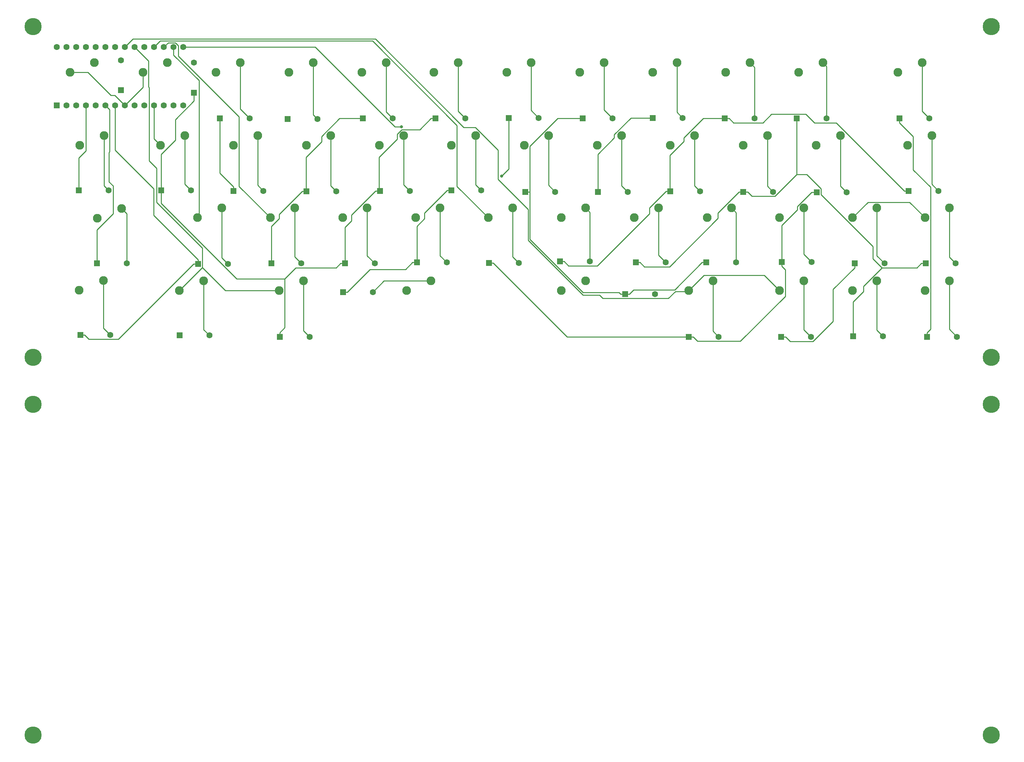
<source format=gbr>
G04 #@! TF.GenerationSoftware,KiCad,Pcbnew,(5.0.1-3-g963ef8bb5)*
G04 #@! TF.CreationDate,2018-12-22T23:57:11-08:00*
G04 #@! TF.ProjectId,snackymini-keyboard,736E61636B796D696E692D6B6579626F,rev?*
G04 #@! TF.SameCoordinates,Original*
G04 #@! TF.FileFunction,Copper,L2,Bot,Signal*
G04 #@! TF.FilePolarity,Positive*
%FSLAX46Y46*%
G04 Gerber Fmt 4.6, Leading zero omitted, Abs format (unit mm)*
G04 Created by KiCad (PCBNEW (5.0.1-3-g963ef8bb5)) date Saturday, December 22, 2018 at 11:57:11 PM*
%MOMM*%
%LPD*%
G01*
G04 APERTURE LIST*
G04 #@! TA.AperFunction,ComponentPad*
%ADD10C,1.600000*%
G04 #@! TD*
G04 #@! TA.AperFunction,ComponentPad*
%ADD11R,1.600000X1.600000*%
G04 #@! TD*
G04 #@! TA.AperFunction,ComponentPad*
%ADD12C,2.286000*%
G04 #@! TD*
G04 #@! TA.AperFunction,ViaPad*
%ADD13C,4.500000*%
G04 #@! TD*
G04 #@! TA.AperFunction,ViaPad*
%ADD14C,0.800000*%
G04 #@! TD*
G04 #@! TA.AperFunction,Conductor*
%ADD15C,0.250000*%
G04 #@! TD*
G04 APERTURE END LIST*
D10*
G04 #@! TO.P,U1,20*
G04 #@! TO.N,COL6*
X116205000Y-53721000D03*
G04 #@! TO.P,U1,14*
G04 #@! TO.N,Net-(U1-Pad14)*
X116205000Y-68961000D03*
G04 #@! TO.P,U1,21*
G04 #@! TO.N,COL7*
X113665000Y-53721000D03*
G04 #@! TO.P,U1,22*
G04 #@! TO.N,COL8*
X111125000Y-53721000D03*
G04 #@! TO.P,U1,23*
G04 #@! TO.N,COL9*
X108585000Y-53721000D03*
G04 #@! TO.P,U1,24*
G04 #@! TO.N,COL10*
X106045000Y-53721000D03*
G04 #@! TO.P,U1,25*
G04 #@! TO.N,COL11*
X103505000Y-53721000D03*
G04 #@! TO.P,U1,26*
G04 #@! TO.N,COL12*
X100965000Y-53721000D03*
G04 #@! TO.P,U1,27*
G04 #@! TO.N,Net-(U1-Pad27)*
X98425000Y-53721000D03*
G04 #@! TO.P,U1,28*
G04 #@! TO.N,Net-(U1-Pad28)*
X95885000Y-53721000D03*
G04 #@! TO.P,U1,29*
G04 #@! TO.N,Net-(U1-Pad29)*
X93345000Y-53721000D03*
G04 #@! TO.P,U1,30*
G04 #@! TO.N,Net-(U1-Pad30)*
X90805000Y-53721000D03*
G04 #@! TO.P,U1,31*
G04 #@! TO.N,Net-(U1-Pad31)*
X88265000Y-53721000D03*
G04 #@! TO.P,U1,32*
G04 #@! TO.N,Net-(U1-Pad32)*
X85725000Y-53721000D03*
G04 #@! TO.P,U1,33*
G04 #@! TO.N,Net-(U1-Pad33)*
X83185000Y-53721000D03*
G04 #@! TO.P,U1,13*
G04 #@! TO.N,Net-(U1-Pad13)*
X113665000Y-68961000D03*
G04 #@! TO.P,U1,12*
G04 #@! TO.N,COL5*
X111125000Y-68961000D03*
G04 #@! TO.P,U1,11*
G04 #@! TO.N,COL4*
X108585000Y-68961000D03*
G04 #@! TO.P,U1,10*
G04 #@! TO.N,COL3*
X106045000Y-68961000D03*
G04 #@! TO.P,U1,9*
G04 #@! TO.N,COL2*
X103505000Y-68961000D03*
G04 #@! TO.P,U1,8*
G04 #@! TO.N,COL1*
X100965000Y-68961000D03*
G04 #@! TO.P,U1,7*
G04 #@! TO.N,ROW4*
X98425000Y-68961000D03*
G04 #@! TO.P,U1,6*
G04 #@! TO.N,ROW3*
X95885000Y-68961000D03*
G04 #@! TO.P,U1,5*
G04 #@! TO.N,ROW2*
X93345000Y-68961000D03*
G04 #@! TO.P,U1,4*
G04 #@! TO.N,ROW1*
X90805000Y-68961000D03*
G04 #@! TO.P,U1,3*
G04 #@! TO.N,Net-(U1-Pad3)*
X88265000Y-68961000D03*
G04 #@! TO.P,U1,2*
G04 #@! TO.N,Net-(U1-Pad2)*
X85725000Y-68961000D03*
D11*
G04 #@! TO.P,U1,1*
G04 #@! TO.N,Net-(U1-Pad1)*
X83185000Y-68961000D03*
G04 #@! TD*
G04 #@! TO.P,D1,1*
G04 #@! TO.N,ROW1*
X99949000Y-64987000D03*
D10*
G04 #@! TO.P,D1,2*
G04 #@! TO.N,Net-(D1-Pad2)*
X99949000Y-57187000D03*
G04 #@! TD*
D11*
G04 #@! TO.P,D2,1*
G04 #@! TO.N,ROW2*
X118999000Y-65622000D03*
D10*
G04 #@! TO.P,D2,2*
G04 #@! TO.N,Net-(D2-Pad2)*
X118999000Y-57822000D03*
G04 #@! TD*
G04 #@! TO.P,D3,2*
G04 #@! TO.N,Net-(D3-Pad2)*
X133567000Y-72390000D03*
D11*
G04 #@! TO.P,D3,1*
G04 #@! TO.N,ROW3*
X125767000Y-72390000D03*
G04 #@! TD*
D10*
G04 #@! TO.P,D4,2*
G04 #@! TO.N,Net-(D4-Pad2)*
X151220000Y-72517000D03*
D11*
G04 #@! TO.P,D4,1*
G04 #@! TO.N,ROW4*
X143420000Y-72517000D03*
G04 #@! TD*
G04 #@! TO.P,D5,1*
G04 #@! TO.N,ROW1*
X163105000Y-72390000D03*
D10*
G04 #@! TO.P,D5,2*
G04 #@! TO.N,Net-(D5-Pad2)*
X170905000Y-72390000D03*
G04 #@! TD*
D11*
G04 #@! TO.P,D6,1*
G04 #@! TO.N,ROW2*
X182028000Y-72390000D03*
D10*
G04 #@! TO.P,D6,2*
G04 #@! TO.N,Net-(D6-Pad2)*
X189828000Y-72390000D03*
G04 #@! TD*
G04 #@! TO.P,D7,2*
G04 #@! TO.N,Net-(D7-Pad2)*
X209005000Y-72263000D03*
D11*
G04 #@! TO.P,D7,1*
G04 #@! TO.N,ROW3*
X201205000Y-72263000D03*
G04 #@! TD*
D10*
G04 #@! TO.P,D8,2*
G04 #@! TO.N,Net-(D8-Pad2)*
X228309000Y-72390000D03*
D11*
G04 #@! TO.P,D8,1*
G04 #@! TO.N,ROW4*
X220509000Y-72390000D03*
G04 #@! TD*
G04 #@! TO.P,D9,1*
G04 #@! TO.N,ROW1*
X238797000Y-72263000D03*
D10*
G04 #@! TO.P,D9,2*
G04 #@! TO.N,Net-(D9-Pad2)*
X246597000Y-72263000D03*
G04 #@! TD*
D11*
G04 #@! TO.P,D10,1*
G04 #@! TO.N,ROW2*
X257593000Y-72390000D03*
D10*
G04 #@! TO.P,D10,2*
G04 #@! TO.N,Net-(D10-Pad2)*
X265393000Y-72390000D03*
G04 #@! TD*
G04 #@! TO.P,D11,2*
G04 #@! TO.N,Net-(D11-Pad2)*
X284189000Y-72390000D03*
D11*
G04 #@! TO.P,D11,1*
G04 #@! TO.N,ROW3*
X276389000Y-72390000D03*
G04 #@! TD*
D10*
G04 #@! TO.P,D12,2*
G04 #@! TO.N,Net-(D12-Pad2)*
X310986000Y-72390000D03*
D11*
G04 #@! TO.P,D12,1*
G04 #@! TO.N,ROW4*
X303186000Y-72390000D03*
G04 #@! TD*
G04 #@! TO.P,D13,1*
G04 #@! TO.N,ROW1*
X88937000Y-91186000D03*
D10*
G04 #@! TO.P,D13,2*
G04 #@! TO.N,Net-(D13-Pad2)*
X96737000Y-91186000D03*
G04 #@! TD*
D11*
G04 #@! TO.P,D14,1*
G04 #@! TO.N,ROW2*
X110400000Y-91186000D03*
D10*
G04 #@! TO.P,D14,2*
G04 #@! TO.N,Net-(D14-Pad2)*
X118200000Y-91186000D03*
G04 #@! TD*
G04 #@! TO.P,D15,2*
G04 #@! TO.N,Net-(D15-Pad2)*
X137123000Y-91313000D03*
D11*
G04 #@! TO.P,D15,1*
G04 #@! TO.N,ROW3*
X129323000Y-91313000D03*
G04 #@! TD*
G04 #@! TO.P,D16,1*
G04 #@! TO.N,ROW1*
X148373000Y-91440000D03*
D10*
G04 #@! TO.P,D16,2*
G04 #@! TO.N,Net-(D16-Pad2)*
X156173000Y-91440000D03*
G04 #@! TD*
D11*
G04 #@! TO.P,D17,1*
G04 #@! TO.N,ROW2*
X167550000Y-91313000D03*
D10*
G04 #@! TO.P,D17,2*
G04 #@! TO.N,Net-(D17-Pad2)*
X175350000Y-91313000D03*
G04 #@! TD*
G04 #@! TO.P,D18,2*
G04 #@! TO.N,Net-(D18-Pad2)*
X194019000Y-91186000D03*
D11*
G04 #@! TO.P,D18,1*
G04 #@! TO.N,ROW3*
X186219000Y-91186000D03*
G04 #@! TD*
D10*
G04 #@! TO.P,D19,2*
G04 #@! TO.N,Net-(D19-Pad2)*
X213323000Y-91567000D03*
D11*
G04 #@! TO.P,D19,1*
G04 #@! TO.N,ROW4*
X205523000Y-91567000D03*
G04 #@! TD*
G04 #@! TO.P,D20,1*
G04 #@! TO.N,ROW1*
X224446000Y-91567000D03*
D10*
G04 #@! TO.P,D20,2*
G04 #@! TO.N,Net-(D20-Pad2)*
X232246000Y-91567000D03*
G04 #@! TD*
D11*
G04 #@! TO.P,D21,1*
G04 #@! TO.N,ROW2*
X243369000Y-91440000D03*
D10*
G04 #@! TO.P,D21,2*
G04 #@! TO.N,Net-(D21-Pad2)*
X251169000Y-91440000D03*
G04 #@! TD*
G04 #@! TO.P,D22,2*
G04 #@! TO.N,Net-(D22-Pad2)*
X270219000Y-91567000D03*
D11*
G04 #@! TO.P,D22,1*
G04 #@! TO.N,ROW3*
X262419000Y-91567000D03*
G04 #@! TD*
G04 #@! TO.P,D23,1*
G04 #@! TO.N,ROW1*
X281596000Y-91694000D03*
D10*
G04 #@! TO.P,D23,2*
G04 #@! TO.N,Net-(D23-Pad2)*
X289396000Y-91694000D03*
G04 #@! TD*
D11*
G04 #@! TO.P,D24,1*
G04 #@! TO.N,ROW2*
X305599000Y-91313000D03*
D10*
G04 #@! TO.P,D24,2*
G04 #@! TO.N,Net-(D24-Pad2)*
X313399000Y-91313000D03*
G04 #@! TD*
G04 #@! TO.P,D25,2*
G04 #@! TO.N,Net-(D25-Pad2)*
X101436000Y-110236000D03*
D11*
G04 #@! TO.P,D25,1*
G04 #@! TO.N,ROW3*
X93636000Y-110236000D03*
G04 #@! TD*
D10*
G04 #@! TO.P,D26,2*
G04 #@! TO.N,Net-(D26-Pad2)*
X127852000Y-110363000D03*
D11*
G04 #@! TO.P,D26,1*
G04 #@! TO.N,ROW4*
X120052000Y-110363000D03*
G04 #@! TD*
G04 #@! TO.P,D27,1*
G04 #@! TO.N,ROW1*
X139229000Y-110236000D03*
D10*
G04 #@! TO.P,D27,2*
G04 #@! TO.N,Net-(D27-Pad2)*
X147029000Y-110236000D03*
G04 #@! TD*
D11*
G04 #@! TO.P,D28,1*
G04 #@! TO.N,ROW2*
X158406000Y-110236000D03*
D10*
G04 #@! TO.P,D28,2*
G04 #@! TO.N,Net-(D28-Pad2)*
X166206000Y-110236000D03*
G04 #@! TD*
G04 #@! TO.P,D29,2*
G04 #@! TO.N,Net-(D29-Pad2)*
X185002000Y-109982000D03*
D11*
G04 #@! TO.P,D29,1*
G04 #@! TO.N,ROW3*
X177202000Y-109982000D03*
G04 #@! TD*
G04 #@! TO.P,D30,1*
G04 #@! TO.N,ROW1*
X195998000Y-110109000D03*
D10*
G04 #@! TO.P,D30,2*
G04 #@! TO.N,Net-(D30-Pad2)*
X203798000Y-110109000D03*
G04 #@! TD*
D11*
G04 #@! TO.P,D31,1*
G04 #@! TO.N,ROW2*
X214540000Y-109728000D03*
D10*
G04 #@! TO.P,D31,2*
G04 #@! TO.N,Net-(D31-Pad2)*
X222340000Y-109728000D03*
G04 #@! TD*
G04 #@! TO.P,D32,2*
G04 #@! TO.N,Net-(D32-Pad2)*
X242152000Y-109982000D03*
D11*
G04 #@! TO.P,D32,1*
G04 #@! TO.N,ROW3*
X234352000Y-109982000D03*
G04 #@! TD*
D10*
G04 #@! TO.P,D33,2*
G04 #@! TO.N,Net-(D33-Pad2)*
X260567000Y-109982000D03*
D11*
G04 #@! TO.P,D33,1*
G04 #@! TO.N,ROW4*
X252767000Y-109982000D03*
G04 #@! TD*
G04 #@! TO.P,D34,1*
G04 #@! TO.N,ROW1*
X272452000Y-109855000D03*
D10*
G04 #@! TO.P,D34,2*
G04 #@! TO.N,Net-(D34-Pad2)*
X280252000Y-109855000D03*
G04 #@! TD*
D11*
G04 #@! TO.P,D35,1*
G04 #@! TO.N,ROW2*
X291502000Y-110236000D03*
D10*
G04 #@! TO.P,D35,2*
G04 #@! TO.N,Net-(D35-Pad2)*
X299302000Y-110236000D03*
G04 #@! TD*
G04 #@! TO.P,D36,2*
G04 #@! TO.N,Net-(D36-Pad2)*
X317844000Y-110236000D03*
D11*
G04 #@! TO.P,D36,1*
G04 #@! TO.N,ROW3*
X310044000Y-110236000D03*
G04 #@! TD*
D10*
G04 #@! TO.P,D37,2*
G04 #@! TO.N,Net-(D37-Pad2)*
X97118000Y-128905000D03*
D11*
G04 #@! TO.P,D37,1*
G04 #@! TO.N,ROW4*
X89318000Y-128905000D03*
G04 #@! TD*
G04 #@! TO.P,D38,1*
G04 #@! TO.N,ROW1*
X115226000Y-129032000D03*
D10*
G04 #@! TO.P,D38,2*
G04 #@! TO.N,Net-(D38-Pad2)*
X123026000Y-129032000D03*
G04 #@! TD*
D11*
G04 #@! TO.P,D39,1*
G04 #@! TO.N,ROW2*
X141388000Y-129413000D03*
D10*
G04 #@! TO.P,D39,2*
G04 #@! TO.N,Net-(D39-Pad2)*
X149188000Y-129413000D03*
G04 #@! TD*
G04 #@! TO.P,D40,2*
G04 #@! TO.N,Net-(D40-Pad2)*
X165698000Y-117729000D03*
D11*
G04 #@! TO.P,D40,1*
G04 #@! TO.N,ROW3*
X157898000Y-117729000D03*
G04 #@! TD*
D10*
G04 #@! TO.P,D41,2*
G04 #@! TO.N,Net-(D41-Pad2)*
X239358000Y-118237000D03*
D11*
G04 #@! TO.P,D41,1*
G04 #@! TO.N,ROW4*
X231558000Y-118237000D03*
G04 #@! TD*
G04 #@! TO.P,D42,1*
G04 #@! TO.N,ROW1*
X248195000Y-129413000D03*
D10*
G04 #@! TO.P,D42,2*
G04 #@! TO.N,Net-(D42-Pad2)*
X255995000Y-129413000D03*
G04 #@! TD*
G04 #@! TO.P,D43,2*
G04 #@! TO.N,Net-(D43-Pad2)*
X280125000Y-129413000D03*
D11*
G04 #@! TO.P,D43,1*
G04 #@! TO.N,ROW2*
X272325000Y-129413000D03*
G04 #@! TD*
D10*
G04 #@! TO.P,D44,2*
G04 #@! TO.N,Net-(D44-Pad2)*
X298921000Y-129286000D03*
D11*
G04 #@! TO.P,D44,1*
G04 #@! TO.N,ROW3*
X291121000Y-129286000D03*
G04 #@! TD*
D10*
G04 #@! TO.P,D45,2*
G04 #@! TO.N,Net-(D45-Pad2)*
X318225000Y-129413000D03*
D11*
G04 #@! TO.P,D45,1*
G04 #@! TO.N,ROW4*
X310425000Y-129413000D03*
G04 #@! TD*
D12*
G04 #@! TO.P,SW1,1*
G04 #@! TO.N,Net-(D1-Pad2)*
X92964000Y-57785000D03*
G04 #@! TO.P,SW1,2*
G04 #@! TO.N,COL1*
X86614000Y-60325000D03*
G04 #@! TD*
G04 #@! TO.P,SW2,2*
G04 #@! TO.N,COL1*
X105664000Y-60325000D03*
G04 #@! TO.P,SW2,1*
G04 #@! TO.N,Net-(D2-Pad2)*
X112014000Y-57785000D03*
G04 #@! TD*
G04 #@! TO.P,SW3,1*
G04 #@! TO.N,Net-(D3-Pad2)*
X131064000Y-57785000D03*
G04 #@! TO.P,SW3,2*
G04 #@! TO.N,COL1*
X124714000Y-60325000D03*
G04 #@! TD*
G04 #@! TO.P,SW4,1*
G04 #@! TO.N,Net-(D4-Pad2)*
X150114000Y-57785000D03*
G04 #@! TO.P,SW4,2*
G04 #@! TO.N,COL1*
X143764000Y-60325000D03*
G04 #@! TD*
G04 #@! TO.P,SW5,1*
G04 #@! TO.N,Net-(D5-Pad2)*
X169164000Y-57785000D03*
G04 #@! TO.P,SW5,2*
G04 #@! TO.N,COL2*
X162814000Y-60325000D03*
G04 #@! TD*
G04 #@! TO.P,SW6,2*
G04 #@! TO.N,COL2*
X181610000Y-60325000D03*
G04 #@! TO.P,SW6,1*
G04 #@! TO.N,Net-(D6-Pad2)*
X187960000Y-57785000D03*
G04 #@! TD*
G04 #@! TO.P,SW7,1*
G04 #@! TO.N,Net-(D7-Pad2)*
X207010000Y-57785000D03*
G04 #@! TO.P,SW7,2*
G04 #@! TO.N,COL2*
X200660000Y-60325000D03*
G04 #@! TD*
G04 #@! TO.P,SW8,1*
G04 #@! TO.N,Net-(D8-Pad2)*
X226060000Y-57785000D03*
G04 #@! TO.P,SW8,2*
G04 #@! TO.N,COL2*
X219710000Y-60325000D03*
G04 #@! TD*
G04 #@! TO.P,SW9,2*
G04 #@! TO.N,COL3*
X238760000Y-60325000D03*
G04 #@! TO.P,SW9,1*
G04 #@! TO.N,Net-(D9-Pad2)*
X245110000Y-57785000D03*
G04 #@! TD*
G04 #@! TO.P,SW10,2*
G04 #@! TO.N,COL3*
X257810000Y-60325000D03*
G04 #@! TO.P,SW10,1*
G04 #@! TO.N,Net-(D10-Pad2)*
X264160000Y-57785000D03*
G04 #@! TD*
G04 #@! TO.P,SW11,1*
G04 #@! TO.N,Net-(D11-Pad2)*
X283210000Y-57785000D03*
G04 #@! TO.P,SW11,2*
G04 #@! TO.N,COL3*
X276860000Y-60325000D03*
G04 #@! TD*
G04 #@! TO.P,SW12,1*
G04 #@! TO.N,Net-(D12-Pad2)*
X309118000Y-57785000D03*
G04 #@! TO.P,SW12,2*
G04 #@! TO.N,COL3*
X302768000Y-60325000D03*
G04 #@! TD*
G04 #@! TO.P,SW13,2*
G04 #@! TO.N,COL4*
X89154000Y-79375000D03*
G04 #@! TO.P,SW13,1*
G04 #@! TO.N,Net-(D13-Pad2)*
X95504000Y-76835000D03*
G04 #@! TD*
G04 #@! TO.P,SW14,2*
G04 #@! TO.N,COL4*
X110236000Y-79375000D03*
G04 #@! TO.P,SW14,1*
G04 #@! TO.N,Net-(D14-Pad2)*
X116586000Y-76835000D03*
G04 #@! TD*
G04 #@! TO.P,SW15,1*
G04 #@! TO.N,Net-(D15-Pad2)*
X135636000Y-76835000D03*
G04 #@! TO.P,SW15,2*
G04 #@! TO.N,COL4*
X129286000Y-79375000D03*
G04 #@! TD*
G04 #@! TO.P,SW16,2*
G04 #@! TO.N,COL5*
X148336000Y-79375000D03*
G04 #@! TO.P,SW16,1*
G04 #@! TO.N,Net-(D16-Pad2)*
X154686000Y-76835000D03*
G04 #@! TD*
G04 #@! TO.P,SW17,2*
G04 #@! TO.N,COL5*
X167386000Y-79375000D03*
G04 #@! TO.P,SW17,1*
G04 #@! TO.N,Net-(D17-Pad2)*
X173736000Y-76835000D03*
G04 #@! TD*
G04 #@! TO.P,SW18,1*
G04 #@! TO.N,Net-(D18-Pad2)*
X192532000Y-76835000D03*
G04 #@! TO.P,SW18,2*
G04 #@! TO.N,COL5*
X186182000Y-79375000D03*
G04 #@! TD*
G04 #@! TO.P,SW19,1*
G04 #@! TO.N,Net-(D19-Pad2)*
X211582000Y-76835000D03*
G04 #@! TO.P,SW19,2*
G04 #@! TO.N,COL5*
X205232000Y-79375000D03*
G04 #@! TD*
G04 #@! TO.P,SW20,2*
G04 #@! TO.N,COL6*
X224282000Y-79375000D03*
G04 #@! TO.P,SW20,1*
G04 #@! TO.N,Net-(D20-Pad2)*
X230632000Y-76835000D03*
G04 #@! TD*
G04 #@! TO.P,SW21,2*
G04 #@! TO.N,COL6*
X243332000Y-79375000D03*
G04 #@! TO.P,SW21,1*
G04 #@! TO.N,Net-(D21-Pad2)*
X249682000Y-76835000D03*
G04 #@! TD*
G04 #@! TO.P,SW22,1*
G04 #@! TO.N,Net-(D22-Pad2)*
X268732000Y-76835000D03*
G04 #@! TO.P,SW22,2*
G04 #@! TO.N,COL6*
X262382000Y-79375000D03*
G04 #@! TD*
G04 #@! TO.P,SW23,2*
G04 #@! TO.N,COL7*
X281432000Y-79375000D03*
G04 #@! TO.P,SW23,1*
G04 #@! TO.N,Net-(D23-Pad2)*
X287782000Y-76835000D03*
G04 #@! TD*
G04 #@! TO.P,SW24,2*
G04 #@! TO.N,COL7*
X305308000Y-79375000D03*
G04 #@! TO.P,SW24,1*
G04 #@! TO.N,Net-(D24-Pad2)*
X311658000Y-76835000D03*
G04 #@! TD*
G04 #@! TO.P,SW25,1*
G04 #@! TO.N,Net-(D25-Pad2)*
X100076000Y-95885000D03*
G04 #@! TO.P,SW25,2*
G04 #@! TO.N,COL7*
X93726000Y-98425000D03*
G04 #@! TD*
G04 #@! TO.P,SW26,1*
G04 #@! TO.N,Net-(D26-Pad2)*
X126238000Y-95758000D03*
G04 #@! TO.P,SW26,2*
G04 #@! TO.N,COL7*
X119888000Y-98298000D03*
G04 #@! TD*
G04 #@! TO.P,SW27,2*
G04 #@! TO.N,COL8*
X138938000Y-98298000D03*
G04 #@! TO.P,SW27,1*
G04 #@! TO.N,Net-(D27-Pad2)*
X145288000Y-95758000D03*
G04 #@! TD*
G04 #@! TO.P,SW28,2*
G04 #@! TO.N,COL8*
X157861000Y-98298000D03*
G04 #@! TO.P,SW28,1*
G04 #@! TO.N,Net-(D28-Pad2)*
X164211000Y-95758000D03*
G04 #@! TD*
G04 #@! TO.P,SW29,1*
G04 #@! TO.N,Net-(D29-Pad2)*
X183261000Y-95758000D03*
G04 #@! TO.P,SW29,2*
G04 #@! TO.N,COL8*
X176911000Y-98298000D03*
G04 #@! TD*
G04 #@! TO.P,SW30,2*
G04 #@! TO.N,COL9*
X195834000Y-98298000D03*
G04 #@! TO.P,SW30,1*
G04 #@! TO.N,Net-(D30-Pad2)*
X202184000Y-95758000D03*
G04 #@! TD*
G04 #@! TO.P,SW31,2*
G04 #@! TO.N,COL9*
X214884000Y-98298000D03*
G04 #@! TO.P,SW31,1*
G04 #@! TO.N,Net-(D31-Pad2)*
X221234000Y-95758000D03*
G04 #@! TD*
G04 #@! TO.P,SW32,1*
G04 #@! TO.N,Net-(D32-Pad2)*
X240284000Y-95758000D03*
G04 #@! TO.P,SW32,2*
G04 #@! TO.N,COL9*
X233934000Y-98298000D03*
G04 #@! TD*
G04 #@! TO.P,SW33,2*
G04 #@! TO.N,COL9*
X252984000Y-98298000D03*
G04 #@! TO.P,SW33,1*
G04 #@! TO.N,Net-(D33-Pad2)*
X259334000Y-95758000D03*
G04 #@! TD*
G04 #@! TO.P,SW34,2*
G04 #@! TO.N,COL10*
X271907000Y-98298000D03*
G04 #@! TO.P,SW34,1*
G04 #@! TO.N,Net-(D34-Pad2)*
X278257000Y-95758000D03*
G04 #@! TD*
G04 #@! TO.P,SW35,2*
G04 #@! TO.N,COL10*
X290957000Y-98298000D03*
G04 #@! TO.P,SW35,1*
G04 #@! TO.N,Net-(D35-Pad2)*
X297307000Y-95758000D03*
G04 #@! TD*
G04 #@! TO.P,SW36,1*
G04 #@! TO.N,Net-(D36-Pad2)*
X316230000Y-95758000D03*
G04 #@! TO.P,SW36,2*
G04 #@! TO.N,COL10*
X309880000Y-98298000D03*
G04 #@! TD*
G04 #@! TO.P,SW37,1*
G04 #@! TO.N,Net-(D37-Pad2)*
X95377000Y-114681000D03*
G04 #@! TO.P,SW37,2*
G04 #@! TO.N,COL10*
X89027000Y-117221000D03*
G04 #@! TD*
G04 #@! TO.P,SW38,2*
G04 #@! TO.N,COL11*
X115189000Y-117348000D03*
G04 #@! TO.P,SW38,1*
G04 #@! TO.N,Net-(D38-Pad2)*
X121539000Y-114808000D03*
G04 #@! TD*
G04 #@! TO.P,SW39,2*
G04 #@! TO.N,COL11*
X141224000Y-117348000D03*
G04 #@! TO.P,SW39,1*
G04 #@! TO.N,Net-(D39-Pad2)*
X147574000Y-114808000D03*
G04 #@! TD*
G04 #@! TO.P,SW40,1*
G04 #@! TO.N,Net-(D40-Pad2)*
X180848000Y-114808000D03*
G04 #@! TO.P,SW40,2*
G04 #@! TO.N,COL11*
X174498000Y-117348000D03*
G04 #@! TD*
G04 #@! TO.P,SW41,1*
G04 #@! TO.N,Net-(D41-Pad2)*
X221234000Y-114808000D03*
G04 #@! TO.P,SW41,2*
G04 #@! TO.N,COL11*
X214884000Y-117348000D03*
G04 #@! TD*
G04 #@! TO.P,SW42,2*
G04 #@! TO.N,COL12*
X248158000Y-117348000D03*
G04 #@! TO.P,SW42,1*
G04 #@! TO.N,Net-(D42-Pad2)*
X254508000Y-114808000D03*
G04 #@! TD*
G04 #@! TO.P,SW43,1*
G04 #@! TO.N,Net-(D43-Pad2)*
X278257000Y-114808000D03*
G04 #@! TO.P,SW43,2*
G04 #@! TO.N,COL12*
X271907000Y-117348000D03*
G04 #@! TD*
G04 #@! TO.P,SW44,1*
G04 #@! TO.N,Net-(D44-Pad2)*
X297307000Y-114808000D03*
G04 #@! TO.P,SW44,2*
G04 #@! TO.N,COL12*
X290957000Y-117348000D03*
G04 #@! TD*
G04 #@! TO.P,SW45,1*
G04 #@! TO.N,Net-(D45-Pad2)*
X316230000Y-114808000D03*
G04 #@! TO.P,SW45,2*
G04 #@! TO.N,COL12*
X309880000Y-117348000D03*
G04 #@! TD*
D13*
G04 #@! TO.N,*
X76962000Y-147066000D03*
X327152000Y-233426000D03*
X327152000Y-147066000D03*
X76962000Y-233426000D03*
X327152000Y-134747000D03*
X76962000Y-48387000D03*
X327152000Y-48387000D03*
X76962000Y-134747000D03*
D14*
G04 #@! TO.N,ROW3*
X199306100Y-87434000D03*
G04 #@! TO.N,COL6*
X173155600Y-74555700D03*
G04 #@! TD*
D15*
G04 #@! TO.N,ROW1*
X248195000Y-129413000D02*
X249320300Y-129413000D01*
X249320300Y-129413000D02*
X250465300Y-130558000D01*
X250465300Y-130558000D02*
X261677400Y-130558000D01*
X261677400Y-130558000D02*
X273397700Y-118837700D01*
X273397700Y-118837700D02*
X273397700Y-111926000D01*
X273397700Y-111926000D02*
X272452000Y-110980300D01*
X248195000Y-129413000D02*
X216427300Y-129413000D01*
X216427300Y-129413000D02*
X197123300Y-110109000D01*
X272452000Y-109855000D02*
X272452000Y-110980300D01*
X224446000Y-91567000D02*
X224446000Y-81729100D01*
X224446000Y-81729100D02*
X228729900Y-77445200D01*
X228729900Y-77445200D02*
X228729900Y-76597900D01*
X228729900Y-76597900D02*
X233064800Y-72263000D01*
X233064800Y-72263000D02*
X238797000Y-72263000D01*
X147247700Y-91440000D02*
X141235400Y-97452300D01*
X141235400Y-97452300D02*
X141235400Y-98518700D01*
X141235400Y-98518700D02*
X139229000Y-100525100D01*
X139229000Y-100525100D02*
X139229000Y-110236000D01*
X195998000Y-110109000D02*
X197123300Y-110109000D01*
X148242300Y-91440000D02*
X148242300Y-82538700D01*
X148242300Y-82538700D02*
X152345400Y-78435600D01*
X152345400Y-78435600D02*
X152345400Y-77074600D01*
X152345400Y-77074600D02*
X157030000Y-72390000D01*
X157030000Y-72390000D02*
X163105000Y-72390000D01*
X148373000Y-91440000D02*
X148242300Y-91440000D01*
X148195000Y-91440000D02*
X148242300Y-91440000D01*
X148195000Y-91440000D02*
X147247700Y-91440000D01*
X272452000Y-109855000D02*
X272452000Y-100271100D01*
X272452000Y-100271100D02*
X276534900Y-96188200D01*
X276534900Y-96188200D02*
X276534900Y-95395100D01*
X276534900Y-95395100D02*
X280236000Y-91694000D01*
X280236000Y-91694000D02*
X281596000Y-91694000D01*
X88937000Y-91186000D02*
X88937000Y-82662000D01*
X88937000Y-82662000D02*
X90805000Y-80794000D01*
X90805000Y-80794000D02*
X90805000Y-68961000D01*
G04 #@! TO.N,ROW2*
X243238300Y-91440000D02*
X243238300Y-81986800D01*
X243238300Y-81986800D02*
X246882100Y-78343000D01*
X246882100Y-78343000D02*
X246882100Y-77458900D01*
X246882100Y-77458900D02*
X251951000Y-72390000D01*
X251951000Y-72390000D02*
X257593000Y-72390000D01*
X243369000Y-91440000D02*
X243238300Y-91440000D01*
X243191000Y-91440000D02*
X243238300Y-91440000D01*
X243191000Y-91440000D02*
X242243700Y-91440000D01*
X257593000Y-72390000D02*
X258718300Y-72390000D01*
X305599000Y-91313000D02*
X304473700Y-91313000D01*
X304473700Y-91313000D02*
X286725700Y-73565000D01*
X286725700Y-73565000D02*
X281039400Y-73565000D01*
X281039400Y-73565000D02*
X278739000Y-71264600D01*
X278739000Y-71264600D02*
X269795100Y-71264600D01*
X269795100Y-71264600D02*
X267544400Y-73515300D01*
X267544400Y-73515300D02*
X259843600Y-73515300D01*
X259843600Y-73515300D02*
X258718300Y-72390000D01*
X214540000Y-109728000D02*
X215665300Y-109728000D01*
X215665300Y-109728000D02*
X216804600Y-110867300D01*
X216804600Y-110867300D02*
X224339200Y-110867300D01*
X224339200Y-110867300D02*
X237956000Y-97250500D01*
X237956000Y-97250500D02*
X237956000Y-95727700D01*
X237956000Y-95727700D02*
X242243700Y-91440000D01*
X158406000Y-110236000D02*
X157280700Y-110236000D01*
X157280700Y-110236000D02*
X156155400Y-111361300D01*
X156155400Y-111361300D02*
X145581500Y-111361300D01*
X145581500Y-111361300D02*
X142697800Y-114245000D01*
X166424700Y-91313000D02*
X160158400Y-97579300D01*
X160158400Y-97579300D02*
X160158400Y-99070600D01*
X160158400Y-99070600D02*
X158406000Y-100823000D01*
X158406000Y-100823000D02*
X158406000Y-110236000D01*
X141388000Y-129413000D02*
X141388000Y-128287700D01*
X142697800Y-114245000D02*
X130131600Y-114245000D01*
X130131600Y-114245000D02*
X110400000Y-94513400D01*
X110400000Y-94513400D02*
X110400000Y-91186000D01*
X142697800Y-114245000D02*
X142697800Y-126977900D01*
X142697800Y-126977900D02*
X141388000Y-128287700D01*
X182028000Y-72390000D02*
X180902700Y-72390000D01*
X167308500Y-91313000D02*
X167308500Y-82522500D01*
X167308500Y-82522500D02*
X172030400Y-77800600D01*
X172030400Y-77800600D02*
X172030400Y-76463500D01*
X172030400Y-76463500D02*
X173212900Y-75281000D01*
X173212900Y-75281000D02*
X178011700Y-75281000D01*
X178011700Y-75281000D02*
X180902700Y-72390000D01*
X291502000Y-110236000D02*
X291502000Y-111361300D01*
X272325000Y-129413000D02*
X273450300Y-129413000D01*
X273450300Y-129413000D02*
X274634700Y-130597400D01*
X274634700Y-130597400D02*
X280621900Y-130597400D01*
X280621900Y-130597400D02*
X285858400Y-125360900D01*
X285858400Y-125360900D02*
X285858400Y-117004900D01*
X285858400Y-117004900D02*
X291502000Y-111361300D01*
X167308500Y-91313000D02*
X166424700Y-91313000D01*
X167550000Y-91313000D02*
X167308500Y-91313000D01*
X110400000Y-91186000D02*
X110400000Y-81729100D01*
X110400000Y-81729100D02*
X114143200Y-77985900D01*
X114143200Y-77985900D02*
X114143200Y-72668200D01*
X114143200Y-72668200D02*
X118999000Y-67812400D01*
X118999000Y-67812400D02*
X118999000Y-65622000D01*
G04 #@! TO.N,Net-(D3-Pad2)*
X133567000Y-72390000D02*
X131064000Y-69887000D01*
X131064000Y-69887000D02*
X131064000Y-57785000D01*
G04 #@! TO.N,ROW3*
X276389000Y-87000000D02*
X270696700Y-92692300D01*
X270696700Y-92692300D02*
X264669600Y-92692300D01*
X264669600Y-92692300D02*
X263544300Y-91567000D01*
X276389000Y-72390000D02*
X276389000Y-87000000D01*
X276389000Y-87000000D02*
X278965100Y-87000000D01*
X278965100Y-87000000D02*
X282721400Y-90756300D01*
X282721400Y-90756300D02*
X282721400Y-92208800D01*
X282721400Y-92208800D02*
X296289200Y-105776600D01*
X296289200Y-105776600D02*
X296289200Y-108984300D01*
X296289200Y-108984300D02*
X298666200Y-111361300D01*
X298666200Y-111361300D02*
X307793400Y-111361300D01*
X307793400Y-111361300D02*
X308918700Y-110236000D01*
X291121000Y-129286000D02*
X291121000Y-120254000D01*
X291121000Y-120254000D02*
X293842300Y-117532700D01*
X293842300Y-117532700D02*
X293842300Y-116185200D01*
X293842300Y-116185200D02*
X298666200Y-111361300D01*
X310044000Y-110236000D02*
X308918700Y-110236000D01*
X199306100Y-87434000D02*
X201205000Y-85535100D01*
X201205000Y-85535100D02*
X201205000Y-72263000D01*
X262419000Y-91567000D02*
X261293700Y-91567000D01*
X157898000Y-117729000D02*
X159023300Y-117729000D01*
X95885000Y-68961000D02*
X96980400Y-70056400D01*
X96980400Y-70056400D02*
X96980400Y-81057600D01*
X96980400Y-81057600D02*
X96798200Y-81239800D01*
X96798200Y-81239800D02*
X96798200Y-88908600D01*
X96798200Y-88908600D02*
X97875100Y-89985500D01*
X97875100Y-89985500D02*
X97875100Y-97209500D01*
X97875100Y-97209500D02*
X93636000Y-101448600D01*
X93636000Y-101448600D02*
X93636000Y-110236000D01*
X262419000Y-91567000D02*
X263544300Y-91567000D01*
X234352000Y-109982000D02*
X235477300Y-109982000D01*
X261293700Y-91567000D02*
X255813100Y-97047600D01*
X255813100Y-97047600D02*
X255813100Y-98439400D01*
X255813100Y-98439400D02*
X243145200Y-111107300D01*
X243145200Y-111107300D02*
X236602600Y-111107300D01*
X236602600Y-111107300D02*
X235477300Y-109982000D01*
X177202000Y-109982000D02*
X176076700Y-109982000D01*
X159023300Y-117729000D02*
X164929500Y-111822800D01*
X164929500Y-111822800D02*
X174235900Y-111822800D01*
X174235900Y-111822800D02*
X176076700Y-109982000D01*
X186219000Y-91186000D02*
X185093700Y-91186000D01*
X177202000Y-109982000D02*
X177202000Y-100525100D01*
X177202000Y-100525100D02*
X179208400Y-98518700D01*
X179208400Y-98518700D02*
X179208400Y-97071300D01*
X179208400Y-97071300D02*
X185093700Y-91186000D01*
X129323000Y-91313000D02*
X129323000Y-90187700D01*
X129323000Y-90187700D02*
X125767000Y-86631700D01*
X125767000Y-86631700D02*
X125767000Y-72390000D01*
G04 #@! TO.N,Net-(D4-Pad2)*
X150114000Y-57785000D02*
X150114000Y-71411000D01*
X150114000Y-71411000D02*
X151220000Y-72517000D01*
G04 #@! TO.N,ROW4*
X230432700Y-118237000D02*
X229982400Y-117786700D01*
X229982400Y-117786700D02*
X220538600Y-117786700D01*
X220538600Y-117786700D02*
X206709500Y-103957600D01*
X206709500Y-103957600D02*
X206709500Y-91567000D01*
X220509000Y-72390000D02*
X213950400Y-72390000D01*
X213950400Y-72390000D02*
X206709500Y-79630900D01*
X206709500Y-79630900D02*
X206709500Y-91567000D01*
X206648300Y-91567000D02*
X206709500Y-91567000D01*
X205523000Y-91567000D02*
X206648300Y-91567000D01*
X231558000Y-118237000D02*
X230432700Y-118237000D01*
X98425000Y-68961000D02*
X98425000Y-80631400D01*
X98425000Y-80631400D02*
X108491000Y-90697400D01*
X108491000Y-90697400D02*
X108491000Y-97676700D01*
X108491000Y-97676700D02*
X120052000Y-109237700D01*
X303186000Y-72390000D02*
X303186000Y-73515300D01*
X310425000Y-129413000D02*
X310425000Y-128287700D01*
X310425000Y-128287700D02*
X311348400Y-127364300D01*
X311348400Y-127364300D02*
X311348400Y-90328400D01*
X311348400Y-90328400D02*
X306798700Y-85778700D01*
X306798700Y-85778700D02*
X306798700Y-77128000D01*
X306798700Y-77128000D02*
X303186000Y-73515300D01*
X120052000Y-110363000D02*
X118926700Y-110363000D01*
X89318000Y-128905000D02*
X90443300Y-128905000D01*
X90443300Y-128905000D02*
X91570300Y-130032000D01*
X91570300Y-130032000D02*
X99257700Y-130032000D01*
X99257700Y-130032000D02*
X118926700Y-110363000D01*
X120052000Y-110363000D02*
X120052000Y-109237700D01*
X231558000Y-118237000D02*
X232683300Y-118237000D01*
X252767000Y-109982000D02*
X251641700Y-109982000D01*
X251641700Y-109982000D02*
X244512000Y-117111700D01*
X244512000Y-117111700D02*
X233808600Y-117111700D01*
X233808600Y-117111700D02*
X232683300Y-118237000D01*
G04 #@! TO.N,Net-(D5-Pad2)*
X169164000Y-57785000D02*
X169164000Y-70649000D01*
X169164000Y-70649000D02*
X170905000Y-72390000D01*
G04 #@! TO.N,Net-(D6-Pad2)*
X187960000Y-57785000D02*
X187960000Y-70522000D01*
X187960000Y-70522000D02*
X189828000Y-72390000D01*
G04 #@! TO.N,Net-(D7-Pad2)*
X207010000Y-57785000D02*
X207010000Y-70268000D01*
X207010000Y-70268000D02*
X209005000Y-72263000D01*
G04 #@! TO.N,Net-(D8-Pad2)*
X226060000Y-57785000D02*
X226060000Y-70141000D01*
X226060000Y-70141000D02*
X228309000Y-72390000D01*
G04 #@! TO.N,Net-(D9-Pad2)*
X245110000Y-57785000D02*
X245110000Y-70776000D01*
X245110000Y-70776000D02*
X246597000Y-72263000D01*
G04 #@! TO.N,Net-(D10-Pad2)*
X264160000Y-57785000D02*
X265393000Y-59018000D01*
X265393000Y-59018000D02*
X265393000Y-72390000D01*
G04 #@! TO.N,Net-(D11-Pad2)*
X283210000Y-57785000D02*
X284189000Y-58764000D01*
X284189000Y-58764000D02*
X284189000Y-72390000D01*
G04 #@! TO.N,Net-(D12-Pad2)*
X309118000Y-57785000D02*
X309118000Y-70522000D01*
X309118000Y-70522000D02*
X310986000Y-72390000D01*
G04 #@! TO.N,Net-(D13-Pad2)*
X96737000Y-91186000D02*
X95504000Y-89953000D01*
X95504000Y-89953000D02*
X95504000Y-76835000D01*
G04 #@! TO.N,Net-(D14-Pad2)*
X116586000Y-76835000D02*
X116586000Y-89572000D01*
X116586000Y-89572000D02*
X118200000Y-91186000D01*
G04 #@! TO.N,Net-(D15-Pad2)*
X135636000Y-76835000D02*
X135636000Y-89826000D01*
X135636000Y-89826000D02*
X137123000Y-91313000D01*
G04 #@! TO.N,Net-(D16-Pad2)*
X154686000Y-76835000D02*
X154686000Y-89953000D01*
X154686000Y-89953000D02*
X156173000Y-91440000D01*
G04 #@! TO.N,Net-(D17-Pad2)*
X173736000Y-76835000D02*
X173736000Y-89699000D01*
X173736000Y-89699000D02*
X175350000Y-91313000D01*
G04 #@! TO.N,Net-(D18-Pad2)*
X192532000Y-76835000D02*
X192532000Y-89699000D01*
X192532000Y-89699000D02*
X194019000Y-91186000D01*
G04 #@! TO.N,Net-(D19-Pad2)*
X211582000Y-76835000D02*
X211582000Y-89826000D01*
X211582000Y-89826000D02*
X213323000Y-91567000D01*
G04 #@! TO.N,Net-(D20-Pad2)*
X230632000Y-76835000D02*
X230632000Y-89953000D01*
X230632000Y-89953000D02*
X232246000Y-91567000D01*
G04 #@! TO.N,Net-(D21-Pad2)*
X249682000Y-76835000D02*
X249682000Y-89953000D01*
X249682000Y-89953000D02*
X251169000Y-91440000D01*
G04 #@! TO.N,Net-(D22-Pad2)*
X268732000Y-76835000D02*
X268732000Y-90080000D01*
X268732000Y-90080000D02*
X270219000Y-91567000D01*
G04 #@! TO.N,Net-(D23-Pad2)*
X287782000Y-76835000D02*
X287782000Y-90080000D01*
X287782000Y-90080000D02*
X289396000Y-91694000D01*
G04 #@! TO.N,Net-(D24-Pad2)*
X311658000Y-76835000D02*
X311658000Y-89572000D01*
X311658000Y-89572000D02*
X313399000Y-91313000D01*
G04 #@! TO.N,Net-(D25-Pad2)*
X100076000Y-95885000D02*
X101436000Y-97245000D01*
X101436000Y-97245000D02*
X101436000Y-110236000D01*
G04 #@! TO.N,Net-(D26-Pad2)*
X126238000Y-95758000D02*
X126238000Y-108749000D01*
X126238000Y-108749000D02*
X127852000Y-110363000D01*
G04 #@! TO.N,Net-(D27-Pad2)*
X145288000Y-95758000D02*
X145288000Y-108495000D01*
X145288000Y-108495000D02*
X147029000Y-110236000D01*
G04 #@! TO.N,Net-(D28-Pad2)*
X164211000Y-95758000D02*
X164211000Y-108241000D01*
X164211000Y-108241000D02*
X166206000Y-110236000D01*
G04 #@! TO.N,Net-(D29-Pad2)*
X183261000Y-95758000D02*
X183261000Y-108241000D01*
X183261000Y-108241000D02*
X185002000Y-109982000D01*
G04 #@! TO.N,Net-(D30-Pad2)*
X202184000Y-95758000D02*
X202184000Y-108495000D01*
X202184000Y-108495000D02*
X203798000Y-110109000D01*
G04 #@! TO.N,Net-(D31-Pad2)*
X221234000Y-95758000D02*
X222340000Y-96864000D01*
X222340000Y-96864000D02*
X222340000Y-109728000D01*
G04 #@! TO.N,Net-(D32-Pad2)*
X240284000Y-95758000D02*
X240284000Y-108114000D01*
X240284000Y-108114000D02*
X242152000Y-109982000D01*
G04 #@! TO.N,Net-(D33-Pad2)*
X259334000Y-95758000D02*
X260567000Y-96991000D01*
X260567000Y-96991000D02*
X260567000Y-109982000D01*
G04 #@! TO.N,Net-(D34-Pad2)*
X278257000Y-95758000D02*
X278257000Y-107860000D01*
X278257000Y-107860000D02*
X280252000Y-109855000D01*
G04 #@! TO.N,Net-(D35-Pad2)*
X297307000Y-95758000D02*
X297307000Y-108241000D01*
X297307000Y-108241000D02*
X299302000Y-110236000D01*
G04 #@! TO.N,Net-(D36-Pad2)*
X316230000Y-95758000D02*
X316230000Y-108622000D01*
X316230000Y-108622000D02*
X317844000Y-110236000D01*
G04 #@! TO.N,Net-(D37-Pad2)*
X95377000Y-114681000D02*
X95377000Y-127164000D01*
X95377000Y-127164000D02*
X97118000Y-128905000D01*
G04 #@! TO.N,Net-(D38-Pad2)*
X121539000Y-114808000D02*
X121539000Y-127545000D01*
X121539000Y-127545000D02*
X123026000Y-129032000D01*
G04 #@! TO.N,Net-(D39-Pad2)*
X147574000Y-114808000D02*
X147574000Y-127799000D01*
X147574000Y-127799000D02*
X149188000Y-129413000D01*
G04 #@! TO.N,Net-(D40-Pad2)*
X180848000Y-114808000D02*
X168619000Y-114808000D01*
X168619000Y-114808000D02*
X165698000Y-117729000D01*
G04 #@! TO.N,Net-(D42-Pad2)*
X254508000Y-114808000D02*
X254508000Y-127926000D01*
X254508000Y-127926000D02*
X255995000Y-129413000D01*
G04 #@! TO.N,Net-(D43-Pad2)*
X278257000Y-114808000D02*
X278257000Y-127545000D01*
X278257000Y-127545000D02*
X280125000Y-129413000D01*
G04 #@! TO.N,Net-(D44-Pad2)*
X297307000Y-114808000D02*
X297307000Y-127672000D01*
X297307000Y-127672000D02*
X298921000Y-129286000D01*
G04 #@! TO.N,Net-(D45-Pad2)*
X316230000Y-114808000D02*
X316230000Y-127418000D01*
X316230000Y-127418000D02*
X318225000Y-129413000D01*
G04 #@! TO.N,COL1*
X100965000Y-68961000D02*
X98341400Y-66337400D01*
X98341400Y-66337400D02*
X97304000Y-66337400D01*
X97304000Y-66337400D02*
X91291600Y-60325000D01*
X91291600Y-60325000D02*
X86614000Y-60325000D01*
X105664000Y-60325000D02*
X105664000Y-64262000D01*
X105664000Y-64262000D02*
X100965000Y-68961000D01*
G04 #@! TO.N,COL4*
X110236000Y-79375000D02*
X108585000Y-77724000D01*
X108585000Y-77724000D02*
X108585000Y-68961000D01*
G04 #@! TO.N,COL6*
X173155600Y-74555700D02*
X171450900Y-74555700D01*
X171450900Y-74555700D02*
X150616200Y-53721000D01*
X150616200Y-53721000D02*
X116205000Y-53721000D01*
G04 #@! TO.N,COL7*
X113665000Y-53721000D02*
X113665000Y-55811100D01*
X113665000Y-55811100D02*
X120302300Y-62448400D01*
X120302300Y-62448400D02*
X120302300Y-97883700D01*
X120302300Y-97883700D02*
X119888000Y-98298000D01*
G04 #@! TO.N,COL8*
X138938000Y-98298000D02*
X130754500Y-90114500D01*
X130754500Y-90114500D02*
X130754500Y-71941600D01*
X130754500Y-71941600D02*
X114935000Y-56122100D01*
X114935000Y-56122100D02*
X114935000Y-53391700D01*
X114935000Y-53391700D02*
X114136900Y-52593600D01*
X114136900Y-52593600D02*
X112252400Y-52593600D01*
X112252400Y-52593600D02*
X111125000Y-53721000D01*
G04 #@! TO.N,COL9*
X108585000Y-53721000D02*
X110162800Y-52143200D01*
X110162800Y-52143200D02*
X165605100Y-52143200D01*
X165605100Y-52143200D02*
X187650500Y-74188600D01*
X187650500Y-74188600D02*
X187650500Y-90114500D01*
X187650500Y-90114500D02*
X195834000Y-98298000D01*
G04 #@! TO.N,COL10*
X290957000Y-98298000D02*
X294985500Y-94269500D01*
X294985500Y-94269500D02*
X305851500Y-94269500D01*
X305851500Y-94269500D02*
X309880000Y-98298000D01*
G04 #@! TO.N,COL11*
X121198500Y-111338500D02*
X121198500Y-106178800D01*
X121198500Y-106178800D02*
X109274600Y-94254900D01*
X109274600Y-94254900D02*
X109274600Y-85386100D01*
X109274600Y-85386100D02*
X107315000Y-83426500D01*
X107315000Y-83426500D02*
X107315000Y-64290100D01*
X107315000Y-64290100D02*
X107132500Y-64107600D01*
X107132500Y-64107600D02*
X107132500Y-57348500D01*
X107132500Y-57348500D02*
X103505000Y-53721000D01*
X115189000Y-117348000D02*
X121198500Y-111338500D01*
X141224000Y-117348000D02*
X127208000Y-117348000D01*
X127208000Y-117348000D02*
X121198500Y-111338500D01*
G04 #@! TO.N,COL12*
X248158000Y-117348000D02*
X252179900Y-113326100D01*
X252179900Y-113326100D02*
X267885100Y-113326100D01*
X267885100Y-113326100D02*
X271907000Y-117348000D01*
X100965000Y-53721000D02*
X103044100Y-51641900D01*
X103044100Y-51641900D02*
X166371800Y-51641900D01*
X166371800Y-51641900D02*
X189412700Y-74682800D01*
X189412700Y-74682800D02*
X192460700Y-74682800D01*
X192460700Y-74682800D02*
X198414400Y-80636500D01*
X198414400Y-80636500D02*
X198414400Y-88306400D01*
X198414400Y-88306400D02*
X206259100Y-96151100D01*
X206259100Y-96151100D02*
X206259100Y-104144100D01*
X206259100Y-104144100D02*
X220577100Y-118462100D01*
X220577100Y-118462100D02*
X224861500Y-118462100D01*
X224861500Y-118462100D02*
X225761800Y-119362400D01*
X225761800Y-119362400D02*
X242878600Y-119362400D01*
X242878600Y-119362400D02*
X244678900Y-117562100D01*
X244678900Y-117562100D02*
X247943900Y-117562100D01*
X247943900Y-117562100D02*
X248158000Y-117348000D01*
G04 #@! TD*
M02*

</source>
